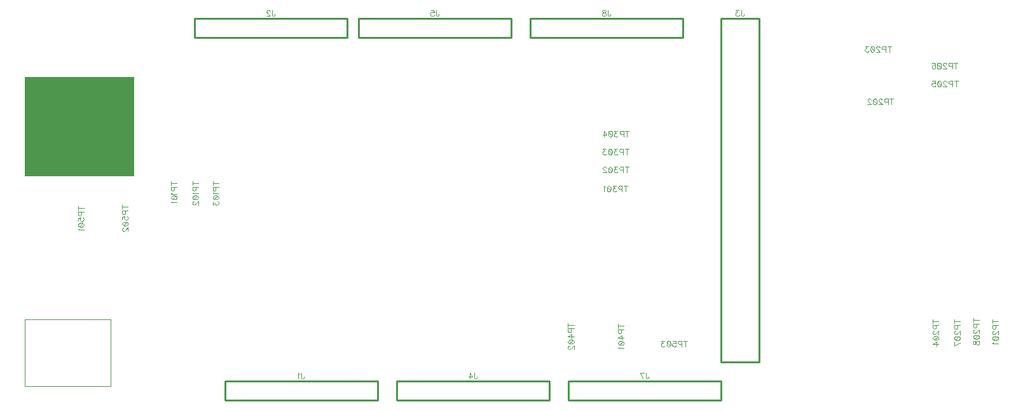
<source format=gbr>
G04 DipTrace 2.4.0.2*
%INBottomSilk.gbr*%
%MOIN*%
%ADD10C,0.0098*%
%ADD24C,0.0013*%
%ADD111C,0.0046*%
%FSLAX44Y44*%
G04*
G70*
G90*
G75*
G01*
%LNBotSilk*%
%LPD*%
X10500Y500D2*
D10*
X18500D1*
Y1500D1*
X10500D1*
Y500D1*
X8900Y19500D2*
X16900D1*
Y20500D1*
X8900D1*
Y19500D1*
X36500Y20500D2*
X38500D1*
Y2500D1*
X36500D1*
Y20500D1*
X19500Y500D2*
X27500D1*
Y1500D1*
X19500D1*
Y500D1*
X17500Y19500D2*
X25500D1*
Y20500D1*
X17500D1*
Y19500D1*
X28500Y500D2*
X36500D1*
Y1500D1*
X28500D1*
Y500D1*
X26500Y19500D2*
X34500D1*
Y20500D1*
X26500D1*
Y19500D1*
X0Y4750D2*
D24*
X4500D1*
Y1250D1*
X0D1*
Y4750D1*
Y17250D2*
X3750D1*
Y12750D1*
X0D1*
Y17250D1*
G36*
Y17437D2*
X5750D1*
Y12250D1*
X0D1*
Y17437D1*
G37*
X14511Y1939D2*
D111*
Y1710D1*
X14525Y1667D1*
X14539Y1652D1*
X14568Y1638D1*
X14597D1*
X14625Y1652D1*
X14640Y1667D1*
X14654Y1710D1*
Y1738D1*
X14418Y1882D2*
X14389Y1896D1*
X14346Y1939D1*
Y1638D1*
X12975Y20939D2*
Y20710D1*
X12989Y20667D1*
X13004Y20652D1*
X13032Y20638D1*
X13061D1*
X13090Y20652D1*
X13104Y20667D1*
X13119Y20710D1*
Y20738D1*
X12868Y20867D2*
Y20882D1*
X12854Y20910D1*
X12839Y20925D1*
X12810Y20939D1*
X12753D1*
X12725Y20925D1*
X12710Y20910D1*
X12696Y20882D1*
Y20853D1*
X12710Y20824D1*
X12739Y20781D1*
X12882Y20638D1*
X12681D1*
X37575Y20939D2*
Y20710D1*
X37589Y20667D1*
X37604Y20652D1*
X37632Y20638D1*
X37661D1*
X37690Y20652D1*
X37704Y20667D1*
X37719Y20710D1*
Y20738D1*
X37454Y20939D2*
X37296D1*
X37382Y20824D1*
X37339D1*
X37310Y20810D1*
X37296Y20796D1*
X37281Y20753D1*
Y20724D1*
X37296Y20681D1*
X37325Y20652D1*
X37368Y20638D1*
X37411D1*
X37454Y20652D1*
X37468Y20667D1*
X37482Y20695D1*
X23582Y1939D2*
Y1710D1*
X23596Y1667D1*
X23611Y1652D1*
X23640Y1638D1*
X23668D1*
X23697Y1652D1*
X23711Y1667D1*
X23726Y1710D1*
Y1738D1*
X23346Y1638D2*
Y1939D1*
X23489Y1738D1*
X23274D1*
X21575Y20939D2*
Y20710D1*
X21589Y20667D1*
X21604Y20652D1*
X21632Y20638D1*
X21661D1*
X21690Y20652D1*
X21704Y20667D1*
X21719Y20710D1*
Y20738D1*
X21310Y20939D2*
X21454D1*
X21468Y20810D1*
X21454Y20824D1*
X21410Y20839D1*
X21368D1*
X21325Y20824D1*
X21296Y20796D1*
X21281Y20753D1*
Y20724D1*
X21296Y20681D1*
X21325Y20652D1*
X21368Y20638D1*
X21410D1*
X21454Y20652D1*
X21468Y20667D1*
X21482Y20695D1*
X32575Y1939D2*
Y1710D1*
X32589Y1667D1*
X32604Y1652D1*
X32632Y1638D1*
X32661D1*
X32690Y1652D1*
X32704Y1667D1*
X32719Y1710D1*
Y1738D1*
X32425Y1638D2*
X32281Y1939D1*
X32482D1*
X30575Y20939D2*
Y20710D1*
X30589Y20667D1*
X30604Y20652D1*
X30632Y20638D1*
X30661D1*
X30690Y20652D1*
X30704Y20667D1*
X30718Y20710D1*
Y20738D1*
X30411Y20939D2*
X30453Y20925D1*
X30468Y20896D1*
Y20867D1*
X30453Y20839D1*
X30425Y20824D1*
X30367Y20810D1*
X30324Y20796D1*
X30296Y20767D1*
X30282Y20738D1*
Y20695D1*
X30296Y20667D1*
X30310Y20652D1*
X30353Y20638D1*
X30411D1*
X30453Y20652D1*
X30468Y20667D1*
X30482Y20695D1*
Y20738D1*
X30468Y20767D1*
X30439Y20796D1*
X30396Y20810D1*
X30339Y20824D1*
X30310Y20839D1*
X30296Y20867D1*
Y20896D1*
X30310Y20925D1*
X30353Y20939D1*
X30411D1*
X7686Y11878D2*
X7987D1*
X7686Y11979D2*
Y11778D1*
X7843Y11685D2*
Y11556D1*
X7829Y11513D1*
X7815Y11499D1*
X7786Y11484D1*
X7743D1*
X7714Y11499D1*
X7700Y11513D1*
X7686Y11556D1*
Y11685D1*
X7987D1*
X7743Y11392D2*
X7729Y11363D1*
X7686Y11320D1*
X7987D1*
X7686Y11141D2*
X7700Y11184D1*
X7743Y11213D1*
X7815Y11227D1*
X7858D1*
X7930Y11213D1*
X7973Y11184D1*
X7987Y11141D1*
Y11112D1*
X7973Y11069D1*
X7930Y11041D1*
X7858Y11026D1*
X7815D1*
X7743Y11041D1*
X7700Y11069D1*
X7686Y11112D1*
Y11141D1*
X7743Y11041D2*
X7930Y11213D1*
X7743Y10934D2*
X7729Y10905D1*
X7686Y10862D1*
X7987D1*
X8811Y11880D2*
X9112D1*
X8811Y11981D2*
Y11780D1*
X8968Y11687D2*
Y11558D1*
X8954Y11515D1*
X8940Y11501D1*
X8911Y11486D1*
X8868D1*
X8839Y11501D1*
X8825Y11515D1*
X8811Y11558D1*
Y11687D1*
X9112D1*
X8868Y11394D2*
X8854Y11365D1*
X8811Y11322D1*
X9112D1*
X8811Y11143D2*
X8825Y11186D1*
X8868Y11215D1*
X8940Y11229D1*
X8983D1*
X9055Y11215D1*
X9098Y11186D1*
X9112Y11143D1*
Y11114D1*
X9098Y11071D1*
X9055Y11043D1*
X8983Y11028D1*
X8940D1*
X8868Y11043D1*
X8825Y11071D1*
X8811Y11114D1*
Y11143D1*
X8868Y11043D2*
X9055Y11215D1*
X8883Y10921D2*
X8868D1*
X8839Y10907D1*
X8825Y10892D1*
X8811Y10864D1*
Y10806D1*
X8825Y10778D1*
X8839Y10763D1*
X8868Y10749D1*
X8897D1*
X8926Y10763D1*
X8968Y10792D1*
X9112Y10936D1*
Y10735D1*
X9873Y11880D2*
X10175D1*
X9873Y11981D2*
Y11780D1*
X10031Y11687D2*
Y11558D1*
X10017Y11515D1*
X10002Y11501D1*
X9974Y11486D1*
X9931D1*
X9902Y11501D1*
X9887Y11515D1*
X9873Y11558D1*
Y11687D1*
X10175D1*
X9931Y11394D2*
X9916Y11365D1*
X9873Y11322D1*
X10175D1*
X9873Y11143D2*
X9888Y11186D1*
X9931Y11215D1*
X10002Y11229D1*
X10046D1*
X10117Y11215D1*
X10160Y11186D1*
X10175Y11143D1*
Y11114D1*
X10160Y11071D1*
X10117Y11043D1*
X10046Y11028D1*
X10002D1*
X9931Y11043D1*
X9888Y11071D1*
X9873Y11114D1*
Y11143D1*
X9931Y11043D2*
X10117Y11215D1*
X9873Y10907D2*
Y10749D1*
X9988Y10835D1*
Y10792D1*
X10002Y10763D1*
X10017Y10749D1*
X10060Y10735D1*
X10088D1*
X10131Y10749D1*
X10160Y10778D1*
X10175Y10821D1*
Y10864D1*
X10160Y10907D1*
X10146Y10921D1*
X10117Y10936D1*
X50748Y4630D2*
X51050D1*
X50748Y4731D2*
Y4530D1*
X50906Y4437D2*
Y4308D1*
X50892Y4265D1*
X50877Y4251D1*
X50849Y4236D1*
X50806D1*
X50777Y4251D1*
X50762Y4265D1*
X50748Y4308D1*
Y4437D1*
X51050D1*
X50820Y4129D2*
X50806D1*
X50777Y4115D1*
X50763Y4101D1*
X50749Y4072D1*
Y4014D1*
X50763Y3986D1*
X50777Y3972D1*
X50806Y3957D1*
X50834D1*
X50863Y3972D1*
X50906Y4000D1*
X51050Y4144D1*
Y3943D1*
X50749Y3764D2*
X50763Y3807D1*
X50806Y3836D1*
X50877Y3850D1*
X50921D1*
X50992Y3836D1*
X51035Y3807D1*
X51050Y3764D1*
Y3735D1*
X51035Y3692D1*
X50992Y3664D1*
X50921Y3649D1*
X50877D1*
X50806Y3664D1*
X50763Y3692D1*
X50749Y3735D1*
Y3764D1*
X50806Y3664D2*
X50992Y3836D1*
X50806Y3557D2*
X50791Y3528D1*
X50748Y3485D1*
X51050D1*
X45462Y16297D2*
Y15996D1*
X45563Y16297D2*
X45362D1*
X45269Y16139D2*
X45140D1*
X45097Y16154D1*
X45082Y16168D1*
X45068Y16197D1*
Y16240D1*
X45082Y16268D1*
X45097Y16283D1*
X45140Y16297D1*
X45269D1*
Y15996D1*
X44961Y16225D2*
Y16239D1*
X44947Y16268D1*
X44932Y16283D1*
X44904Y16297D1*
X44846D1*
X44818Y16283D1*
X44803Y16268D1*
X44789Y16239D1*
Y16211D1*
X44803Y16182D1*
X44832Y16139D1*
X44975Y15996D1*
X44775D1*
X44596Y16297D2*
X44639Y16283D1*
X44668Y16239D1*
X44682Y16168D1*
Y16125D1*
X44668Y16053D1*
X44639Y16010D1*
X44596Y15996D1*
X44567D1*
X44524Y16010D1*
X44496Y16053D1*
X44481Y16125D1*
Y16168D1*
X44496Y16239D1*
X44524Y16283D1*
X44567Y16297D1*
X44596D1*
X44496Y16239D2*
X44668Y16053D1*
X44374Y16225D2*
Y16239D1*
X44359Y16268D1*
X44345Y16283D1*
X44316Y16297D1*
X44259D1*
X44230Y16283D1*
X44216Y16268D1*
X44202Y16239D1*
Y16211D1*
X44216Y16182D1*
X44245Y16139D1*
X44388Y15996D1*
X44187D1*
X45337Y19047D2*
Y18746D1*
X45438Y19047D2*
X45237D1*
X45144Y18889D2*
X45015D1*
X44972Y18904D1*
X44957Y18918D1*
X44943Y18947D1*
Y18990D1*
X44957Y19018D1*
X44972Y19033D1*
X45015Y19047D1*
X45144D1*
Y18746D1*
X44836Y18975D2*
Y18989D1*
X44822Y19018D1*
X44807Y19033D1*
X44779Y19047D1*
X44721D1*
X44693Y19033D1*
X44678Y19018D1*
X44664Y18989D1*
Y18961D1*
X44678Y18932D1*
X44707Y18889D1*
X44850Y18746D1*
X44650D1*
X44471Y19047D2*
X44514Y19033D1*
X44543Y18989D1*
X44557Y18918D1*
Y18875D1*
X44543Y18803D1*
X44514Y18760D1*
X44471Y18746D1*
X44442D1*
X44399Y18760D1*
X44371Y18803D1*
X44356Y18875D1*
Y18918D1*
X44371Y18989D1*
X44399Y19033D1*
X44442Y19047D1*
X44471D1*
X44371Y18989D2*
X44543Y18803D1*
X44234Y19047D2*
X44077D1*
X44163Y18932D1*
X44120D1*
X44091Y18918D1*
X44077Y18904D1*
X44062Y18860D1*
Y18832D1*
X44077Y18789D1*
X44105Y18760D1*
X44149Y18746D1*
X44192D1*
X44234Y18760D1*
X44249Y18775D1*
X44263Y18803D1*
X47623Y4640D2*
X47925D1*
X47623Y4740D2*
Y4539D1*
X47781Y4446D2*
Y4317D1*
X47767Y4274D1*
X47752Y4260D1*
X47724Y4246D1*
X47681D1*
X47652Y4260D1*
X47637Y4274D1*
X47623Y4317D1*
Y4446D1*
X47925D1*
X47695Y4138D2*
X47681D1*
X47652Y4124D1*
X47638Y4110D1*
X47623Y4081D1*
Y4024D1*
X47638Y3995D1*
X47652Y3981D1*
X47681Y3966D1*
X47709D1*
X47738Y3981D1*
X47781Y4009D1*
X47925Y4153D1*
Y3952D1*
X47623Y3773D2*
X47638Y3816D1*
X47681Y3845D1*
X47752Y3859D1*
X47796D1*
X47867Y3845D1*
X47910Y3816D1*
X47925Y3773D1*
Y3745D1*
X47910Y3701D1*
X47867Y3673D1*
X47796Y3658D1*
X47752D1*
X47681Y3673D1*
X47638Y3701D1*
X47623Y3745D1*
Y3773D1*
X47681Y3673D2*
X47867Y3845D1*
X47925Y3422D2*
X47623D1*
X47824Y3566D1*
Y3350D1*
X48837Y17235D2*
Y16933D1*
X48938Y17235D2*
X48737D1*
X48644Y17077D2*
X48515D1*
X48472Y17091D1*
X48457Y17106D1*
X48443Y17134D1*
Y17177D1*
X48457Y17206D1*
X48472Y17220D1*
X48515Y17235D1*
X48644D1*
Y16933D1*
X48336Y17163D2*
Y17177D1*
X48322Y17206D1*
X48307Y17220D1*
X48279Y17234D1*
X48221D1*
X48193Y17220D1*
X48178Y17206D1*
X48164Y17177D1*
Y17148D1*
X48178Y17120D1*
X48207Y17077D1*
X48350Y16933D1*
X48150D1*
X47971Y17234D2*
X48014Y17220D1*
X48043Y17177D1*
X48057Y17105D1*
Y17062D1*
X48043Y16991D1*
X48014Y16947D1*
X47971Y16933D1*
X47942D1*
X47899Y16947D1*
X47871Y16991D1*
X47856Y17062D1*
Y17105D1*
X47871Y17177D1*
X47899Y17220D1*
X47942Y17234D1*
X47971D1*
X47871Y17177D2*
X48043Y16991D1*
X47591Y17234D2*
X47734D1*
X47749Y17105D1*
X47734Y17120D1*
X47691Y17134D1*
X47649D1*
X47605Y17120D1*
X47577Y17091D1*
X47562Y17048D1*
Y17019D1*
X47577Y16976D1*
X47605Y16947D1*
X47649Y16933D1*
X47691D1*
X47734Y16947D1*
X47749Y16962D1*
X47763Y16991D1*
X48830Y18172D2*
Y17871D1*
X48930Y18172D2*
X48729D1*
X48637Y18014D2*
X48507D1*
X48465Y18029D1*
X48450Y18043D1*
X48436Y18072D1*
Y18115D1*
X48450Y18143D1*
X48465Y18158D1*
X48507Y18172D1*
X48637D1*
Y17871D1*
X48329Y18100D2*
Y18114D1*
X48314Y18143D1*
X48300Y18158D1*
X48271Y18172D1*
X48214D1*
X48185Y18158D1*
X48171Y18143D1*
X48156Y18114D1*
Y18086D1*
X48171Y18057D1*
X48200Y18014D1*
X48343Y17871D1*
X48142D1*
X47963Y18172D2*
X48006Y18158D1*
X48035Y18114D1*
X48050Y18043D1*
Y18000D1*
X48035Y17928D1*
X48006Y17885D1*
X47963Y17871D1*
X47935D1*
X47892Y17885D1*
X47863Y17928D1*
X47849Y18000D1*
Y18043D1*
X47863Y18114D1*
X47892Y18158D1*
X47935Y18172D1*
X47963D1*
X47863Y18114D2*
X48035Y17928D1*
X47584Y18129D2*
X47598Y18158D1*
X47641Y18172D1*
X47670D1*
X47713Y18158D1*
X47742Y18114D1*
X47756Y18043D1*
Y17971D1*
X47742Y17914D1*
X47713Y17885D1*
X47670Y17871D1*
X47656D1*
X47613Y17885D1*
X47584Y17914D1*
X47570Y17957D1*
Y17971D1*
X47584Y18014D1*
X47613Y18043D1*
X47656Y18057D1*
X47670D1*
X47713Y18043D1*
X47742Y18014D1*
X47756Y17971D1*
X48748Y4632D2*
X49050D1*
X48748Y4733D2*
Y4532D1*
X48906Y4439D2*
Y4310D1*
X48892Y4267D1*
X48877Y4253D1*
X48849Y4238D1*
X48806D1*
X48777Y4253D1*
X48762Y4267D1*
X48748Y4310D1*
Y4439D1*
X49050D1*
X48820Y4131D2*
X48806D1*
X48777Y4117D1*
X48763Y4103D1*
X48749Y4074D1*
Y4016D1*
X48763Y3988D1*
X48777Y3974D1*
X48806Y3959D1*
X48834D1*
X48863Y3974D1*
X48906Y4002D1*
X49050Y4146D1*
Y3945D1*
X48749Y3766D2*
X48763Y3809D1*
X48806Y3838D1*
X48877Y3852D1*
X48921D1*
X48992Y3838D1*
X49035Y3809D1*
X49050Y3766D1*
Y3737D1*
X49035Y3694D1*
X48992Y3666D1*
X48921Y3651D1*
X48877D1*
X48806Y3666D1*
X48763Y3694D1*
X48749Y3737D1*
Y3766D1*
X48806Y3666D2*
X48992Y3838D1*
X49050Y3501D2*
X48748Y3358D1*
X48749Y3559D1*
X49748Y4695D2*
X50050D1*
X49748Y4795D2*
Y4594D1*
X49906Y4502D2*
Y4372D1*
X49892Y4330D1*
X49877Y4315D1*
X49849Y4301D1*
X49806D1*
X49777Y4315D1*
X49762Y4330D1*
X49748Y4372D1*
Y4502D1*
X50050D1*
X49820Y4194D2*
X49806D1*
X49777Y4179D1*
X49763Y4165D1*
X49749Y4136D1*
Y4079D1*
X49763Y4050D1*
X49777Y4036D1*
X49806Y4021D1*
X49834D1*
X49863Y4036D1*
X49906Y4065D1*
X50050Y4208D1*
Y4007D1*
X49749Y3828D2*
X49763Y3871D1*
X49806Y3900D1*
X49877Y3915D1*
X49921D1*
X49992Y3900D1*
X50035Y3871D1*
X50050Y3828D1*
Y3800D1*
X50035Y3757D1*
X49992Y3728D1*
X49921Y3714D1*
X49877D1*
X49806Y3728D1*
X49763Y3757D1*
X49749Y3800D1*
Y3828D1*
X49806Y3728D2*
X49992Y3900D1*
X49749Y3549D2*
X49763Y3592D1*
X49791Y3607D1*
X49820D1*
X49849Y3592D1*
X49863Y3564D1*
X49877Y3506D1*
X49892Y3463D1*
X49921Y3435D1*
X49949Y3420D1*
X49992D1*
X50021Y3435D1*
X50035Y3449D1*
X50050Y3492D1*
Y3549D1*
X50035Y3592D1*
X50021Y3607D1*
X49992Y3621D1*
X49949D1*
X49921Y3607D1*
X49892Y3578D1*
X49877Y3535D1*
X49863Y3478D1*
X49849Y3449D1*
X49820Y3435D1*
X49791D1*
X49763Y3449D1*
X49748Y3492D1*
X49749Y3549D1*
X31523Y11735D2*
Y11433D1*
X31623Y11735D2*
X31422D1*
X31330Y11577D2*
X31200D1*
X31157Y11591D1*
X31143Y11606D1*
X31129Y11634D1*
Y11677D1*
X31143Y11706D1*
X31157Y11720D1*
X31200Y11735D1*
X31330D1*
Y11433D1*
X31007Y11734D2*
X30850D1*
X30936Y11620D1*
X30892D1*
X30864Y11605D1*
X30850Y11591D1*
X30835Y11548D1*
Y11519D1*
X30850Y11476D1*
X30878Y11447D1*
X30921Y11433D1*
X30964D1*
X31007Y11447D1*
X31021Y11462D1*
X31036Y11491D1*
X30656Y11734D2*
X30699Y11720D1*
X30728Y11677D1*
X30742Y11605D1*
Y11562D1*
X30728Y11491D1*
X30699Y11447D1*
X30656Y11433D1*
X30628D1*
X30585Y11447D1*
X30556Y11491D1*
X30541Y11562D1*
Y11605D1*
X30556Y11677D1*
X30585Y11720D1*
X30628Y11734D1*
X30656D1*
X30556Y11677D2*
X30728Y11491D1*
X30449Y11677D2*
X30420Y11692D1*
X30377Y11734D1*
Y11433D1*
X31587Y12735D2*
Y12433D1*
X31688Y12735D2*
X31487D1*
X31394Y12577D2*
X31265D1*
X31222Y12591D1*
X31207Y12606D1*
X31193Y12634D1*
Y12677D1*
X31207Y12706D1*
X31222Y12720D1*
X31265Y12735D1*
X31394D1*
Y12433D1*
X31072Y12734D2*
X30914D1*
X31000Y12620D1*
X30957D1*
X30928Y12605D1*
X30914Y12591D1*
X30900Y12548D1*
Y12519D1*
X30914Y12476D1*
X30943Y12447D1*
X30986Y12433D1*
X31029D1*
X31072Y12447D1*
X31086Y12462D1*
X31100Y12491D1*
X30721Y12734D2*
X30764Y12720D1*
X30793Y12677D1*
X30807Y12605D1*
Y12562D1*
X30793Y12491D1*
X30764Y12447D1*
X30721Y12433D1*
X30692D1*
X30649Y12447D1*
X30621Y12491D1*
X30606Y12562D1*
Y12605D1*
X30621Y12677D1*
X30649Y12720D1*
X30692Y12734D1*
X30721D1*
X30621Y12677D2*
X30793Y12491D1*
X30499Y12663D2*
Y12677D1*
X30484Y12706D1*
X30470Y12720D1*
X30441Y12734D1*
X30384D1*
X30355Y12720D1*
X30341Y12706D1*
X30327Y12677D1*
Y12648D1*
X30341Y12620D1*
X30370Y12577D1*
X30513Y12433D1*
X30312D1*
X31587Y13672D2*
Y13371D1*
X31688Y13672D2*
X31487D1*
X31394Y13514D2*
X31265D1*
X31222Y13529D1*
X31207Y13543D1*
X31193Y13572D1*
Y13615D1*
X31207Y13643D1*
X31222Y13658D1*
X31265Y13672D1*
X31394D1*
Y13371D1*
X31072Y13672D2*
X30914D1*
X31000Y13557D1*
X30957D1*
X30928Y13543D1*
X30914Y13529D1*
X30900Y13485D1*
Y13457D1*
X30914Y13414D1*
X30943Y13385D1*
X30986Y13371D1*
X31029D1*
X31072Y13385D1*
X31086Y13400D1*
X31100Y13428D1*
X30721Y13672D2*
X30764Y13658D1*
X30793Y13614D1*
X30807Y13543D1*
Y13500D1*
X30793Y13428D1*
X30764Y13385D1*
X30721Y13371D1*
X30692D1*
X30649Y13385D1*
X30621Y13428D1*
X30606Y13500D1*
Y13543D1*
X30621Y13614D1*
X30649Y13658D1*
X30692Y13672D1*
X30721D1*
X30621Y13614D2*
X30793Y13428D1*
X30484Y13672D2*
X30327D1*
X30413Y13557D1*
X30370D1*
X30341Y13543D1*
X30327Y13529D1*
X30312Y13485D1*
Y13457D1*
X30327Y13414D1*
X30355Y13385D1*
X30399Y13371D1*
X30442D1*
X30484Y13385D1*
X30499Y13400D1*
X30513Y13428D1*
X31594Y14610D2*
Y14308D1*
X31695Y14610D2*
X31494D1*
X31401Y14452D2*
X31272D1*
X31229Y14466D1*
X31215Y14481D1*
X31200Y14509D1*
Y14552D1*
X31215Y14581D1*
X31229Y14595D1*
X31272Y14610D1*
X31401D1*
Y14308D1*
X31079Y14609D2*
X30921D1*
X31007Y14495D1*
X30964D1*
X30936Y14480D1*
X30921Y14466D1*
X30907Y14423D1*
Y14394D1*
X30921Y14351D1*
X30950Y14322D1*
X30993Y14308D1*
X31036D1*
X31079Y14322D1*
X31093Y14337D1*
X31108Y14366D1*
X30728Y14609D2*
X30771Y14595D1*
X30800Y14552D1*
X30814Y14480D1*
Y14437D1*
X30800Y14366D1*
X30771Y14322D1*
X30728Y14308D1*
X30699D1*
X30656Y14322D1*
X30628Y14366D1*
X30613Y14437D1*
Y14480D1*
X30628Y14552D1*
X30656Y14595D1*
X30699Y14609D1*
X30728D1*
X30628Y14552D2*
X30800Y14366D1*
X30377Y14308D2*
Y14609D1*
X30520Y14409D1*
X30305D1*
X31123Y4388D2*
X31425D1*
X31123Y4488D2*
Y4287D1*
X31281Y4194D2*
Y4065D1*
X31267Y4022D1*
X31252Y4008D1*
X31224Y3994D1*
X31181D1*
X31152Y4008D1*
X31137Y4022D1*
X31123Y4065D1*
Y4194D1*
X31425D1*
Y3757D2*
X31123D1*
X31324Y3901D1*
Y3686D1*
X31123Y3507D2*
X31138Y3550D1*
X31181Y3579D1*
X31252Y3593D1*
X31296D1*
X31367Y3579D1*
X31410Y3550D1*
X31425Y3507D1*
Y3478D1*
X31410Y3435D1*
X31367Y3407D1*
X31296Y3392D1*
X31252D1*
X31181Y3407D1*
X31138Y3435D1*
X31123Y3478D1*
Y3507D1*
X31181Y3407D2*
X31367Y3579D1*
X31181Y3299D2*
X31166Y3271D1*
X31123Y3227D1*
X31425D1*
X28498Y4452D2*
X28800D1*
X28498Y4553D2*
Y4352D1*
X28656Y4259D2*
Y4130D1*
X28642Y4087D1*
X28627Y4072D1*
X28599Y4058D1*
X28556D1*
X28527Y4072D1*
X28512Y4087D1*
X28498Y4130D1*
Y4259D1*
X28800D1*
Y3822D2*
X28499D1*
X28699Y3965D1*
Y3750D1*
X28499Y3571D2*
X28513Y3614D1*
X28556Y3643D1*
X28627Y3658D1*
X28671D1*
X28742Y3643D1*
X28785Y3614D1*
X28800Y3571D1*
Y3543D1*
X28785Y3500D1*
X28742Y3471D1*
X28671Y3457D1*
X28627D1*
X28556Y3471D1*
X28513Y3500D1*
X28499Y3543D1*
Y3571D1*
X28556Y3471D2*
X28742Y3643D1*
X28570Y3349D2*
X28556D1*
X28527Y3335D1*
X28513Y3321D1*
X28499Y3292D1*
X28498Y3235D1*
X28513Y3206D1*
X28527Y3192D1*
X28556Y3177D1*
X28584D1*
X28613Y3192D1*
X28656Y3220D1*
X28800Y3364D1*
Y3163D1*
X2811Y10568D2*
X3112D1*
X2811Y10668D2*
Y10467D1*
X2969Y10375D2*
Y10246D1*
X2954Y10203D1*
X2940Y10188D1*
X2911Y10174D1*
X2868D1*
X2840Y10188D1*
X2825Y10203D1*
X2811Y10246D1*
Y10375D1*
X3112D1*
X2811Y9909D2*
Y10052D1*
X2940Y10067D1*
X2926Y10052D1*
X2911Y10009D1*
Y9967D1*
X2926Y9923D1*
X2954Y9895D1*
X2997Y9880D1*
X3026D1*
X3069Y9895D1*
X3098Y9923D1*
X3112Y9967D1*
Y10009D1*
X3098Y10052D1*
X3083Y10067D1*
X3055Y10081D1*
X2811Y9701D2*
X2825Y9745D1*
X2868Y9773D1*
X2940Y9788D1*
X2983D1*
X3055Y9773D1*
X3098Y9745D1*
X3112Y9701D1*
Y9673D1*
X3098Y9630D1*
X3055Y9601D1*
X2983Y9587D1*
X2940D1*
X2868Y9601D1*
X2825Y9630D1*
X2811Y9673D1*
Y9701D1*
X2868Y9601D2*
X3055Y9773D1*
X2868Y9494D2*
X2854Y9465D1*
X2811Y9422D1*
X3112D1*
X5123Y10632D2*
X5425D1*
X5123Y10733D2*
Y10532D1*
X5281Y10439D2*
Y10310D1*
X5267Y10267D1*
X5252Y10253D1*
X5224Y10238D1*
X5181D1*
X5152Y10253D1*
X5137Y10267D1*
X5123Y10310D1*
Y10439D1*
X5425D1*
X5124Y9974D2*
Y10117D1*
X5252Y10131D1*
X5238Y10117D1*
X5224Y10074D1*
Y10031D1*
X5238Y9988D1*
X5267Y9959D1*
X5310Y9945D1*
X5338D1*
X5381Y9959D1*
X5410Y9988D1*
X5425Y10031D1*
Y10074D1*
X5410Y10117D1*
X5396Y10131D1*
X5367Y10146D1*
X5124Y9766D2*
X5138Y9809D1*
X5181Y9838D1*
X5252Y9852D1*
X5296D1*
X5367Y9838D1*
X5410Y9809D1*
X5425Y9766D1*
Y9737D1*
X5410Y9694D1*
X5367Y9666D1*
X5296Y9651D1*
X5252D1*
X5181Y9666D1*
X5138Y9694D1*
X5124Y9737D1*
Y9766D1*
X5181Y9666D2*
X5367Y9838D1*
X5195Y9544D2*
X5181D1*
X5152Y9530D1*
X5138Y9515D1*
X5124Y9487D1*
X5123Y9429D1*
X5138Y9401D1*
X5152Y9386D1*
X5181Y9372D1*
X5209D1*
X5238Y9386D1*
X5281Y9415D1*
X5425Y9559D1*
Y9358D1*
X34650Y3610D2*
Y3308D1*
X34750Y3610D2*
X34549D1*
X34457Y3452D2*
X34327D1*
X34284Y3466D1*
X34270Y3481D1*
X34256Y3509D1*
Y3552D1*
X34270Y3581D1*
X34284Y3595D1*
X34327Y3610D1*
X34457D1*
Y3308D1*
X33991Y3609D2*
X34134D1*
X34148Y3480D1*
X34134Y3495D1*
X34091Y3509D1*
X34048D1*
X34005Y3495D1*
X33976Y3466D1*
X33962Y3423D1*
Y3394D1*
X33976Y3351D1*
X34005Y3322D1*
X34048Y3308D1*
X34091D1*
X34134Y3322D1*
X34148Y3337D1*
X34163Y3366D1*
X33783Y3609D2*
X33826Y3595D1*
X33855Y3552D1*
X33869Y3480D1*
Y3437D1*
X33855Y3366D1*
X33826Y3322D1*
X33783Y3308D1*
X33755D1*
X33712Y3322D1*
X33683Y3366D1*
X33668Y3437D1*
Y3480D1*
X33683Y3552D1*
X33712Y3595D1*
X33755Y3609D1*
X33783D1*
X33683Y3552D2*
X33855Y3366D1*
X33547Y3609D2*
X33389D1*
X33475Y3495D1*
X33432D1*
X33404Y3480D1*
X33389Y3466D1*
X33375Y3423D1*
Y3394D1*
X33389Y3351D1*
X33418Y3322D1*
X33461Y3308D1*
X33504D1*
X33547Y3322D1*
X33561Y3337D1*
X33576Y3366D1*
M02*

</source>
